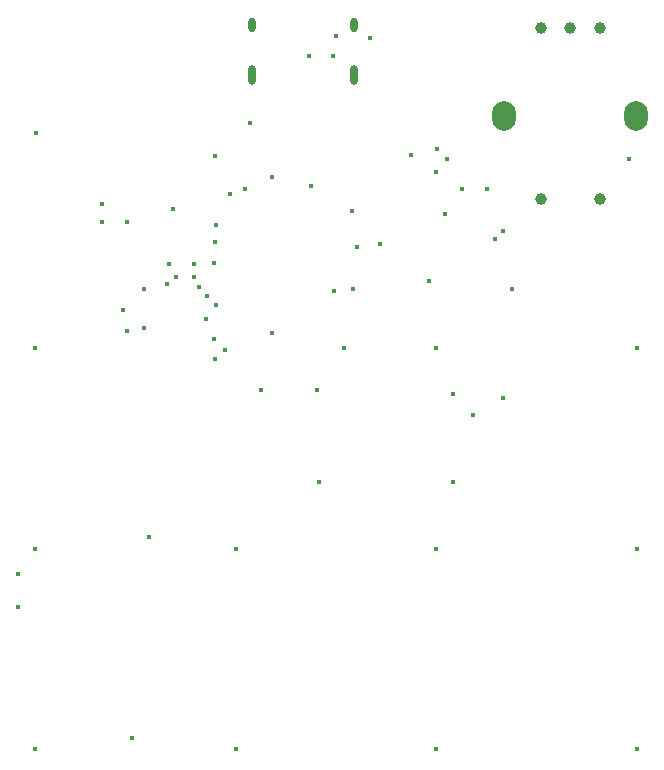
<source format=gbr>
%TF.GenerationSoftware,KiCad,Pcbnew,(6.0.4-0)*%
%TF.CreationDate,2023-09-21T22:39:34-05:00*%
%TF.ProjectId,kowgary16_cfx,6b6f7767-6172-4793-9136-5f6366782e6b,rev?*%
%TF.SameCoordinates,Original*%
%TF.FileFunction,Plated,1,2,PTH,Mixed*%
%TF.FilePolarity,Positive*%
%FSLAX46Y46*%
G04 Gerber Fmt 4.6, Leading zero omitted, Abs format (unit mm)*
G04 Created by KiCad (PCBNEW (6.0.4-0)) date 2023-09-21 22:39:34*
%MOMM*%
%LPD*%
G01*
G04 APERTURE LIST*
%TA.AperFunction,ViaDrill*%
%ADD10C,0.400000*%
%TD*%
G04 aperture for slot hole*
%TA.AperFunction,ComponentDrill*%
%ADD11O,0.600000X1.200000*%
%TD*%
G04 aperture for slot hole*
%TA.AperFunction,ComponentDrill*%
%ADD12O,0.600000X1.700000*%
%TD*%
%TA.AperFunction,ComponentDrill*%
%ADD13C,1.000000*%
%TD*%
G04 aperture for slot hole*
%TA.AperFunction,ComponentDrill*%
%ADD14O,2.000000X2.500000*%
%TD*%
G04 APERTURE END LIST*
D10*
X87124959Y-62333304D03*
X87124959Y-65166636D03*
X88541625Y-43208313D03*
X88541625Y-60208305D03*
X88541625Y-77208297D03*
X88600000Y-25000000D03*
X94208289Y-31037799D03*
X94208289Y-32583318D03*
X95984531Y-40026225D03*
X96333288Y-32583318D03*
X96333288Y-41791647D03*
X96792101Y-76250444D03*
X97749954Y-38249982D03*
X97749954Y-41574981D03*
X98208767Y-59250452D03*
X99735416Y-37812187D03*
X99874953Y-36124983D03*
X100262268Y-31487670D03*
X100525500Y-37200000D03*
X101974500Y-37200000D03*
X101999952Y-36124983D03*
X102397256Y-38105693D03*
X103000000Y-40800000D03*
X103104011Y-38812449D03*
X103703597Y-36061495D03*
X103705378Y-42494622D03*
X103800000Y-27000000D03*
X103800000Y-34224500D03*
X103800000Y-44200000D03*
X103887548Y-39595985D03*
X103900000Y-32775500D03*
X104626176Y-43415420D03*
X105049454Y-30220001D03*
X105541617Y-60208305D03*
X105541617Y-77208297D03*
X106356406Y-29790789D03*
X106760000Y-24220000D03*
X107666616Y-46749978D03*
X108599945Y-28775500D03*
X108600000Y-42000000D03*
X111750000Y-18500000D03*
X111938982Y-29500000D03*
X112425408Y-46749978D03*
X112624947Y-54541641D03*
X113750000Y-18500000D03*
X113883588Y-38408222D03*
X114041613Y-16775500D03*
X114750108Y-43208374D03*
X115400000Y-31614500D03*
X115474446Y-38249982D03*
X115838365Y-34638365D03*
X116874945Y-16999992D03*
X117760089Y-34400000D03*
X120416610Y-26916654D03*
X121934486Y-37521348D03*
X122541609Y-28333320D03*
X122541609Y-43208313D03*
X122541609Y-60208305D03*
X122541609Y-77208297D03*
X122600000Y-26400000D03*
X123249942Y-31874985D03*
X123400000Y-27200000D03*
X123958275Y-47100980D03*
X123958275Y-54541641D03*
X124666608Y-29749986D03*
X125600000Y-48899500D03*
X126791607Y-29749986D03*
X127499940Y-33999984D03*
X128208273Y-33291651D03*
X128208454Y-47458378D03*
X128916606Y-38249982D03*
X138800000Y-27200000D03*
X139541601Y-43208313D03*
X139541601Y-60208305D03*
X139541601Y-77208297D03*
D11*
%TO.C,J1*%
X106888281Y-15924992D03*
D12*
X106888281Y-20104992D03*
D11*
X115528281Y-15924992D03*
D12*
X115528281Y-20104992D03*
D13*
%TO.C,SW5*%
X131375126Y-16125022D03*
X131375126Y-30625022D03*
X133875126Y-16125022D03*
X136375126Y-16125022D03*
X136375126Y-30625022D03*
D14*
X128275126Y-23625022D03*
X139475126Y-23625022D03*
M02*

</source>
